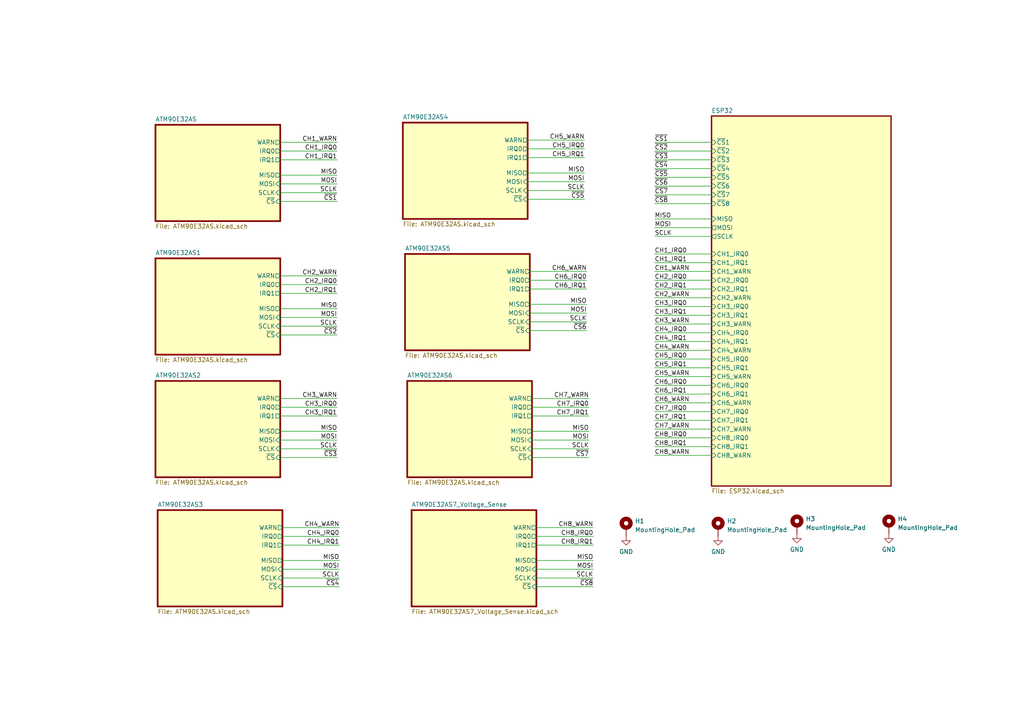
<source format=kicad_sch>
(kicad_sch (version 20230121) (generator eeschema)
  (paper "A4")
  (lib_symbols
    (symbol "Mechanical:MountingHole_Pad" (pin_numbers hide) (pin_names (offset 1.016) hide)
      (property "Reference" "H" (at 0 6.35 0))
      (property "Value" "MountingHole_Pad" (at 0 4.445 0))
      (symbol "MountingHole_Pad_0_1"
        (circle (center 0 1.27) (radius 1.27) (stroke (width 1.27)))
      )
      (symbol "MountingHole_Pad_1_1"
        (pin input line (at 0 -2.54 90) (length 2.54) (name "1") (number "1"))
      )
    )
    (symbol "power:GND" (power) (pin_names (offset 0))
      (property "Value" "GND" (at 0 -3.81 0))
      (symbol "GND_0_1"
        (polyline (pts (xy 0 0) (xy 0 -1.27) (xy 1.27 -1.27) (xy 0 -2.54) (xy -1.27 -1.27) (xy 0 -1.27)))
      )
      (symbol "GND_1_1"
        (pin power_in line (at 0 0 270) (length 0) hide (name "GND") (number "1"))
      )
    )
  )
  (wire (pts (xy 97.79 80.01) (xy 81.28 80.01)))
  (wire (pts (xy 170.815 127.635) (xy 154.305 127.635)))
  (wire (pts (xy 189.865 119.38) (xy 206.375 119.38)))
  (wire (pts (xy 97.79 115.57) (xy 81.28 115.57)))
  (wire (pts (xy 170.815 120.65) (xy 154.305 120.65)))
  (wire (pts (xy 98.425 153.035) (xy 81.915 153.035)))
  (wire (pts (xy 189.865 83.82) (xy 206.375 83.82)))
  (wire (pts (xy 189.865 86.36) (xy 206.375 86.36)))
  (wire (pts (xy 189.865 41.275) (xy 206.375 41.275)))
  (wire (pts (xy 97.79 94.615) (xy 81.28 94.615)))
  (wire (pts (xy 189.865 66.04) (xy 206.375 66.04)))
  (wire (pts (xy 189.865 48.895) (xy 206.375 48.895)))
  (wire (pts (xy 170.18 83.82) (xy 153.67 83.82)))
  (wire (pts (xy 189.865 109.22) (xy 206.375 109.22)))
  (wire (pts (xy 97.79 58.42) (xy 81.28 58.42)))
  (wire (pts (xy 170.18 88.265) (xy 153.67 88.265)))
  (wire (pts (xy 97.79 118.11) (xy 81.28 118.11)))
  (wire (pts (xy 170.815 118.11) (xy 154.305 118.11)))
  (wire (pts (xy 172.085 153.035) (xy 155.575 153.035)))
  (wire (pts (xy 189.865 91.44) (xy 206.375 91.44)))
  (wire (pts (xy 170.18 93.345) (xy 153.67 93.345)))
  (wire (pts (xy 189.865 114.3) (xy 206.375 114.3)))
  (wire (pts (xy 97.79 55.88) (xy 81.28 55.88)))
  (wire (pts (xy 97.79 125.095) (xy 81.28 125.095)))
  (wire (pts (xy 172.085 155.575) (xy 155.575 155.575)))
  (wire (pts (xy 170.18 90.805) (xy 153.67 90.805)))
  (wire (pts (xy 172.085 170.18) (xy 155.575 170.18)))
  (wire (pts (xy 169.545 45.72) (xy 153.035 45.72)))
  (wire (pts (xy 98.425 162.56) (xy 81.915 162.56)))
  (wire (pts (xy 189.865 51.435) (xy 206.375 51.435)))
  (wire (pts (xy 97.79 89.535) (xy 81.28 89.535)))
  (wire (pts (xy 189.865 81.28) (xy 206.375 81.28)))
  (wire (pts (xy 189.865 104.14) (xy 206.375 104.14)))
  (wire (pts (xy 97.79 50.8) (xy 81.28 50.8)))
  (wire (pts (xy 170.18 78.74) (xy 153.67 78.74)))
  (wire (pts (xy 189.865 63.5) (xy 206.375 63.5)))
  (wire (pts (xy 97.79 120.65) (xy 81.28 120.65)))
  (wire (pts (xy 98.425 167.64) (xy 81.915 167.64)))
  (wire (pts (xy 170.815 132.715) (xy 154.305 132.715)))
  (wire (pts (xy 170.815 125.095) (xy 154.305 125.095)))
  (wire (pts (xy 97.79 97.155) (xy 81.28 97.155)))
  (wire (pts (xy 97.79 130.175) (xy 81.28 130.175)))
  (wire (pts (xy 169.545 43.18) (xy 153.035 43.18)))
  (wire (pts (xy 189.865 96.52) (xy 206.375 96.52)))
  (wire (pts (xy 189.865 59.055) (xy 206.375 59.055)))
  (wire (pts (xy 97.79 46.355) (xy 81.28 46.355)))
  (wire (pts (xy 189.865 129.54) (xy 206.375 129.54)))
  (wire (pts (xy 189.865 43.815) (xy 206.375 43.815)))
  (wire (pts (xy 97.79 92.075) (xy 81.28 92.075)))
  (wire (pts (xy 172.085 162.56) (xy 155.575 162.56)))
  (wire (pts (xy 169.545 40.64) (xy 153.035 40.64)))
  (wire (pts (xy 189.865 101.6) (xy 206.375 101.6)))
  (wire (pts (xy 189.865 132.08) (xy 206.375 132.08)))
  (wire (pts (xy 169.545 50.165) (xy 153.035 50.165)))
  (wire (pts (xy 189.865 93.98) (xy 206.375 93.98)))
  (wire (pts (xy 189.865 56.515) (xy 206.375 56.515)))
  (wire (pts (xy 169.545 55.245) (xy 153.035 55.245)))
  (wire (pts (xy 97.79 43.815) (xy 81.28 43.815)))
  (wire (pts (xy 97.79 127.635) (xy 81.28 127.635)))
  (wire (pts (xy 170.18 81.28) (xy 153.67 81.28)))
  (wire (pts (xy 189.865 106.68) (xy 206.375 106.68)))
  (wire (pts (xy 172.085 165.1) (xy 155.575 165.1)))
  (wire (pts (xy 189.865 111.76) (xy 206.375 111.76)))
  (wire (pts (xy 97.79 53.34) (xy 81.28 53.34)))
  (wire (pts (xy 172.085 158.115) (xy 155.575 158.115)))
  (wire (pts (xy 98.425 158.115) (xy 81.915 158.115)))
  (wire (pts (xy 189.865 116.84) (xy 206.375 116.84)))
  (wire (pts (xy 172.085 167.64) (xy 155.575 167.64)))
  (wire (pts (xy 189.865 76.2) (xy 206.375 76.2)))
  (wire (pts (xy 189.865 121.92) (xy 206.375 121.92)))
  (wire (pts (xy 169.545 57.785) (xy 153.035 57.785)))
  (wire (pts (xy 98.425 165.1) (xy 81.915 165.1)))
  (wire (pts (xy 97.79 41.275) (xy 81.28 41.275)))
  (wire (pts (xy 169.545 52.705) (xy 153.035 52.705)))
  (wire (pts (xy 97.79 85.09) (xy 81.28 85.09)))
  (wire (pts (xy 189.865 88.9) (xy 206.375 88.9)))
  (wire (pts (xy 189.865 53.975) (xy 206.375 53.975)))
  (wire (pts (xy 189.865 124.46) (xy 206.375 124.46)))
  (wire (pts (xy 97.79 132.715) (xy 81.28 132.715)))
  (wire (pts (xy 189.865 99.06) (xy 206.375 99.06)))
  (wire (pts (xy 170.815 115.57) (xy 154.305 115.57)))
  (wire (pts (xy 170.815 130.175) (xy 154.305 130.175)))
  (wire (pts (xy 97.79 82.55) (xy 81.28 82.55)))
  (wire (pts (xy 189.865 68.58) (xy 206.375 68.58)))
  (wire (pts (xy 98.425 155.575) (xy 81.915 155.575)))
  (wire (pts (xy 189.865 73.66) (xy 206.375 73.66)))
  (wire (pts (xy 189.865 46.355) (xy 206.375 46.355)))
  (wire (pts (xy 98.425 170.18) (xy 81.915 170.18)))
  (wire (pts (xy 189.865 127) (xy 206.375 127)))
  (wire (pts (xy 170.18 95.885) (xy 153.67 95.885)))
  (wire (pts (xy 189.865 78.74) (xy 206.375 78.74)))
  (label "CH2_IRQ1" (at 97.79 85.09 180))
  (label "CH5_IRQ0" (at 169.545 43.18 180))
  (label "CH4_WARN" (at 189.865 101.6 0))
  (label "CH3_IRQ0" (at 97.79 118.11 180))
  (label "CH5_IRQ1" (at 189.865 106.68 0))
  (label "CH4_IRQ1" (at 189.865 99.06 0))
  (label "MISO" (at 189.865 63.5 0))
  (label "SCLK" (at 172.085 167.64 180))
  (label "MISO" (at 97.79 50.8 180))
  (label "CH2_WARN" (at 97.79 80.01 180))
  (label "MOSI" (at 170.815 127.635 180))
  (label "CH3_IRQ1" (at 97.79 120.65 180))
  (label "CH3_WARN" (at 189.865 93.98 0))
  (label "SCLK" (at 97.79 94.615 180))
  (label "~{CS2}" (at 189.865 43.815 0))
  (label "CH7_IRQ0" (at 189.865 119.38 0))
  (label "CH8_WARN" (at 189.865 132.08 0))
  (label "CH2_IRQ1" (at 189.865 83.82 0))
  (label "MISO" (at 172.085 162.56 180))
  (label "CH1_WARN" (at 189.865 78.74 0))
  (label "MISO" (at 170.18 88.265 180))
  (label "CH7_IRQ1" (at 189.865 121.92 0))
  (label "CH6_WARN" (at 170.18 78.74 180))
  (label "CH5_IRQ1" (at 169.545 45.72 180))
  (label "CH5_WARN" (at 169.545 40.64 180))
  (label "CH2_IRQ0" (at 97.79 82.55 180))
  (label "MOSI" (at 98.425 165.1 180))
  (label "~{CS3}" (at 97.79 132.715 180))
  (label "~{CS6}" (at 170.18 95.885 180))
  (label "CH7_IRQ0" (at 170.815 118.11 180))
  (label "CH6_IRQ0" (at 170.18 81.28 180))
  (label "MOSI" (at 97.79 53.34 180))
  (label "MISO" (at 98.425 162.56 180))
  (label "SCLK" (at 97.79 130.175 180))
  (label "CH7_IRQ1" (at 170.815 120.65 180))
  (label "CH5_WARN" (at 189.865 109.22 0))
  (label "CH7_WARN" (at 189.865 124.46 0))
  (label "CH1_IRQ1" (at 189.865 76.2 0))
  (label "SCLK" (at 98.425 167.64 180))
  (label "MOSI" (at 97.79 127.635 180))
  (label "CH8_IRQ1" (at 172.085 158.115 180))
  (label "MOSI" (at 172.085 165.1 180))
  (label "CH1_IRQ0" (at 97.79 43.815 180))
  (label "CH6_IRQ1" (at 189.865 114.3 0))
  (label "~{CS5}" (at 169.545 57.785 180))
  (label "~{CS7}" (at 189.865 56.515 0))
  (label "CH1_IRQ0" (at 189.865 73.66 0))
  (label "MISO" (at 97.79 125.095 180))
  (label "CH3_IRQ1" (at 189.865 91.44 0))
  (label "CH2_IRQ0" (at 189.865 81.28 0))
  (label "CH4_IRQ1" (at 98.425 158.115 180))
  (label "CH7_WARN" (at 170.815 115.57 180))
  (label "MOSI" (at 170.18 90.805 180))
  (label "~{CS1}" (at 189.865 41.275 0))
  (label "CH6_WARN" (at 189.865 116.84 0))
  (label "CH8_WARN" (at 172.085 153.035 180))
  (label "CH3_WARN" (at 97.79 115.57 180))
  (label "CH6_IRQ0" (at 189.865 111.76 0))
  (label "MISO" (at 170.815 125.095 180))
  (label "CH6_IRQ1" (at 170.18 83.82 180))
  (label "MOSI" (at 189.865 66.04 0))
  (label "CH3_IRQ0" (at 189.865 88.9 0))
  (label "CH4_IRQ0" (at 98.425 155.575 180))
  (label "~{CS4}" (at 189.865 48.895 0))
  (label "SCLK" (at 97.79 55.88 180))
  (label "CH4_IRQ0" (at 189.865 96.52 0))
  (label "SCLK" (at 170.18 93.345 180))
  (label "MOSI" (at 169.545 52.705 180))
  (label "~{CS6}" (at 189.865 53.975 0))
  (label "CH8_IRQ0" (at 189.865 127 0))
  (label "CH1_WARN" (at 97.79 41.275 180))
  (label "MISO" (at 97.79 89.535 180))
  (label "CH8_IRQ1" (at 189.865 129.54 0))
  (label "~{CS7}" (at 170.815 132.715 180))
  (label "CH1_IRQ1" (at 97.79 46.355 180))
  (label "~{CS5}" (at 189.865 51.435 0))
  (label "CH5_IRQ0" (at 189.865 104.14 0))
  (label "SCLK" (at 170.815 130.175 180))
  (label "~{CS2}" (at 97.79 97.155 180))
  (label "~{CS8}" (at 189.865 59.055 0))
  (label "~{CS1}" (at 97.79 58.42 180))
  (label "CH4_WARN" (at 98.425 153.035 180))
  (label "CH2_WARN" (at 189.865 86.36 0))
  (label "~{CS4}" (at 98.425 170.18 180))
  (label "CH8_IRQ0" (at 172.085 155.575 180))
  (label "SCLK" (at 189.865 68.58 0))
  (label "MISO" (at 169.545 50.165 180))
  (label "~{CS8}" (at 172.085 170.18 180))
  (label "SCLK" (at 169.545 55.245 180))
  (label "~{CS3}" (at 189.865 46.355 0))
  (label "MOSI" (at 97.79 92.075 180))
  (symbol (lib_id "Mechanical:MountingHole_Pad") (at 181.61 153.035 0) (unit 1) (in_bom no)
    (property "Reference" "H1" (at 184.15 151.13 0) (effects (justify left)))
    (property "Value" "MountingHole_Pad" (at 184.15 153.67 0) (effects (justify left)))
    (property "Footprint" "MountingHole:MountingHole_3.2mm_M3_Pad_Via" (effects hide))
  )
  (symbol (lib_id "power:GND") (at 257.81 154.94 0) (unit 1)
    (property "Reference" "#PWR0142" (effects hide))
    (property "Value" "GND" (at 257.81 159.385 0))
  )
  (symbol (lib_id "power:GND") (at 231.14 154.94 0) (unit 1)
    (property "Reference" "#PWR0141" (effects hide))
    (property "Value" "GND" (at 231.14 159.385 0))
  )
  (symbol (lib_id "power:GND") (at 181.61 155.575 0) (unit 1)
    (property "Reference" "#PWR0139" (effects hide))
    (property "Value" "GND" (at 181.61 160.02 0))
  )
  (symbol (lib_id "Mechanical:MountingHole_Pad") (at 208.28 153.035 0) (unit 1) (in_bom no)
    (property "Reference" "H2" (at 210.82 151.13 0) (effects (justify left)))
    (property "Value" "MountingHole_Pad" (at 210.82 153.67 0) (effects (justify left)))
    (property "Footprint" "MountingHole:MountingHole_3.2mm_M3_Pad_Via" (effects hide))
  )
  (symbol (lib_id "power:GND") (at 208.28 155.575 0) (unit 1)
    (property "Reference" "#PWR0140" (effects hide))
    (property "Value" "GND" (at 208.28 160.02 0))
  )
  (symbol (lib_id "Mechanical:MountingHole_Pad") (at 231.14 152.4 0) (unit 1) (in_bom no)
    (property "Reference" "H3" (at 233.68 150.495 0) (effects (justify left)))
    (property "Value" "MountingHole_Pad" (at 233.68 153.035 0) (effects (justify left)))
    (property "Footprint" "MountingHole:MountingHole_3.2mm_M3_Pad_Via" (effects hide))
  )
  (symbol (lib_id "Mechanical:MountingHole_Pad") (at 257.81 152.4 0) (unit 1) (in_bom no)
    (property "Reference" "H4" (at 260.35 150.495 0) (effects (justify left)))
    (property "Value" "MountingHole_Pad" (at 260.35 153.035 0) (effects (justify left)))
    (property "Footprint" "MountingHole:MountingHole_3.2mm_M3_Pad_Via" (effects hide))
  )
  (sheet (at 45.085 110.49) (size 36.195 27.94) (stroke (width 0.5)) (fill (color 255 255 194 1.0000))
    (property "Sheetname" "ATM90E32AS2" (at 45.085 109.6046 0) (effects (justify left bottom)))
    (property "Sheetfile" "ATM90E32AS.kicad_sch" (at 45.085 139.1884 0) (effects (justify left top)))
    (pin "WARN" output (at 81.28 115.57 0))
    (pin "IRQ0" output (at 81.28 118.11 0))
    (pin "IRQ1" output (at 81.28 120.65 0))
    (pin "MISO" output (at 81.28 125.095 0))
    (pin "MOSI" input (at 81.28 127.635 0))
    (pin "~{CS}" input (at 81.28 132.715 0))
    (pin "SCLK" input (at 81.28 130.175 0))
  )
  (sheet (at 117.475 73.66) (size 36.195 27.94) (stroke (width 0.5)) (fill (color 255 255 194 1.0000))
    (property "Sheetname" "ATM90E32AS5" (at 117.475 72.7746 0) (effects (justify left bottom)))
    (property "Sheetfile" "ATM90E32AS.kicad_sch" (at 117.475 102.3584 0) (effects (justify left top)))
    (pin "WARN" output (at 153.67 78.74 0))
    (pin "IRQ0" output (at 153.67 81.28 0))
    (pin "IRQ1" output (at 153.67 83.82 0))
    (pin "MISO" output (at 153.67 88.265 0))
    (pin "MOSI" input (at 153.67 90.805 0))
    (pin "~{CS}" input (at 153.67 95.885 0))
    (pin "SCLK" input (at 153.67 93.345 0))
  )
  (sheet (at 45.085 36.195) (size 36.195 27.94) (stroke (width 0.5)) (fill (color 255 255 194 1.0000))
    (property "Sheetname" "ATM90E32AS" (at 45.085 35.3096 0) (effects (justify left bottom)))
    (property "Sheetfile" "ATM90E32AS.kicad_sch" (at 45.085 64.8934 0) (effects (justify left top)))
    (pin "WARN" output (at 81.28 41.275 0))
    (pin "IRQ0" output (at 81.28 43.815 0))
    (pin "IRQ1" output (at 81.28 46.355 0))
    (pin "MISO" output (at 81.28 50.8 0))
    (pin "MOSI" input (at 81.28 53.34 0))
    (pin "~{CS}" input (at 81.28 58.42 0))
    (pin "SCLK" input (at 81.28 55.88 0))
  )
  (sheet (at 116.84 35.56) (size 36.195 27.94) (stroke (width 0.5)) (fill (color 255 255 194 1.0000))
    (property "Sheetname" "ATM90E32AS4" (at 116.84 34.6746 0) (effects (justify left bottom)))
    (property "Sheetfile" "ATM90E32AS.kicad_sch" (at 116.84 64.2584 0) (effects (justify left top)))
    (pin "WARN" output (at 153.035 40.64 0))
    (pin "IRQ0" output (at 153.035 43.18 0))
    (pin "IRQ1" output (at 153.035 45.72 0))
    (pin "MISO" output (at 153.035 50.165 0))
    (pin "MOSI" input (at 153.035 52.705 0))
    (pin "~{CS}" input (at 153.035 57.785 0))
    (pin "SCLK" input (at 153.035 55.245 0))
  )
  (sheet (at 118.11 110.49) (size 36.195 27.94) (stroke (width 0.5)) (fill (color 255 255 194 1.0000))
    (property "Sheetname" "ATM90E32AS6" (at 118.11 109.6046 0) (effects (justify left bottom)))
    (property "Sheetfile" "ATM90E32AS.kicad_sch" (at 118.11 139.1884 0) (effects (justify left top)))
    (pin "WARN" output (at 154.305 115.57 0))
    (pin "IRQ0" output (at 154.305 118.11 0))
    (pin "IRQ1" output (at 154.305 120.65 0))
    (pin "MISO" output (at 154.305 125.095 0))
    (pin "MOSI" input (at 154.305 127.635 0))
    (pin "~{CS}" input (at 154.305 132.715 0))
    (pin "SCLK" input (at 154.305 130.175 0))
  )
  (sheet (at 119.38 147.955) (size 36.195 27.94) (stroke (width 0.5)) (fill (color 255 255 194 1.0000))
    (property "Sheetname" "ATM90E32AS7_Voltage_Sense" (at 119.38 147.0696 0) (effects (justify left bottom)))
    (property "Sheetfile" "ATM90E32AS7_Voltage_Sense.kicad_sch" (at 119.38 176.6534 0) (effects (justify left top)))
    (pin "WARN" output (at 155.575 153.035 0))
    (pin "IRQ0" output (at 155.575 155.575 0))
    (pin "IRQ1" output (at 155.575 158.115 0))
    (pin "MISO" output (at 155.575 162.56 0))
    (pin "MOSI" input (at 155.575 165.1 0))
    (pin "~{CS}" input (at 155.575 170.18 0))
    (pin "SCLK" input (at 155.575 167.64 0))
  )
  (sheet (at 45.085 74.93) (size 36.195 27.94) (stroke (width 0.5)) (fill (color 255 255 194 1.0000))
    (property "Sheetname" "ATM90E32AS1" (at 45.085 74.0446 0) (effects (justify left bottom)))
    (property "Sheetfile" "ATM90E32AS.kicad_sch" (at 45.085 103.6284 0) (effects (justify left top)))
    (pin "WARN" output (at 81.28 80.01 0))
    (pin "IRQ0" output (at 81.28 82.55 0))
    (pin "IRQ1" output (at 81.28 85.09 0))
    (pin "MISO" output (at 81.28 89.535 0))
    (pin "MOSI" input (at 81.28 92.075 0))
    (pin "~{CS}" input (at 81.28 97.155 0))
    (pin "SCLK" input (at 81.28 94.615 0))
  )
  (sheet (at 206.375 33.655) (size 52.07 107.315) (stroke (width 0.4)) (fill (color 255 255 194 1.0000))
    (property "Sheetname" "ESP32" (at 206.375 32.8196 0) (effects (justify left bottom)))
    (property "Sheetfile" "ESP32.kicad_sch" (at 206.375 141.6784 0) (effects (justify left top)))
    (pin "~{CS}6" input (at 206.375 53.975 180))
    (pin "~{CS}4" input (at 206.375 48.895 180))
    (pin "~{CS}5" input (at 206.375 51.435 180))
    (pin "~{CS}7" input (at 206.375 56.515 180))
    (pin "~{CS}1" input (at 206.375 41.275 180))
    (pin "MISO" input (at 206.375 63.5 180))
    (pin "SCLK" output (at 206.375 68.58 180))
    (pin "MOSI" output (at 206.375 66.04 180))
    (pin "~{CS}3" input (at 206.375 46.355 180))
    (pin "~{CS}2" input (at 206.375 43.815 180))
    (pin "CH3_IRQ1" input (at 206.375 91.44 180))
    (pin "CH1_WARN" input (at 206.375 78.74 180))
    (pin "CH2_IRQ0" input (at 206.375 81.28 180))
    (pin "CH2_WARN" input (at 206.375 86.36 180))
    (pin "CH2_IRQ1" input (at 206.375 83.82 180))
    (pin "CH3_IRQ0" input (at 206.375 88.9 180))
    (pin "CH1_IRQ1" input (at 206.375 76.2 180))
    (pin "CH1_IRQ0" input (at 206.375 73.66 180))
    (pin "CH6_IRQ0" input (at 206.375 111.76 180))
    (pin "CH4_WARN" input (at 206.375 101.6 180))
    (pin "CH5_WARN" input (at 206.375 109.22 180))
    (pin "CH4_IRQ1" input (at 206.375 99.06 180))
    (pin "CH4_IRQ0" input (at 206.375 96.52 180))
    (pin "CH5_IRQ1" input (at 206.375 106.68 180))
    (pin "CH5_IRQ0" input (at 206.375 104.14 180))
    (pin "CH3_WARN" input (at 206.375 93.98 180))
    (pin "CH6_WARN" input (at 206.375 116.84 180))
    (pin "CH6_IRQ1" input (at 206.375 114.3 180))
    (pin "CH7_WARN" input (at 206.375 124.46 180))
    (pin "CH8_IRQ0" input (at 206.375 127 180))
    (pin "CH7_IRQ1" input (at 206.375 121.92 180))
    (pin "CH8_WARN" input (at 206.375 132.08 180))
    (pin "CH7_IRQ0" input (at 206.375 119.38 180))
    (pin "CH8_IRQ1" input (at 206.375 129.54 180))
    (pin "~{CS}8" input (at 206.375 59.055 180))
  )
  (sheet (at 45.72 147.955) (size 36.195 27.94) (stroke (width 0.5)) (fill (color 255 255 194 1.0000))
    (property "Sheetname" "ATM90E32AS3" (at 45.72 147.0696 0) (effects (justify left bottom)))
    (property "Sheetfile" "ATM90E32AS.kicad_sch" (at 45.72 176.6534 0) (effects (justify left top)))
    (pin "WARN" output (at 81.915 153.035 0))
    (pin "IRQ0" output (at 81.915 155.575 0))
    (pin "IRQ1" output (at 81.915 158.115 0))
    (pin "MISO" output (at 81.915 162.56 0))
    (pin "MOSI" input (at 81.915 165.1 0))
    (pin "~{CS}" input (at 81.915 170.18 0))
    (pin "SCLK" input (at 81.915 167.64 0))
  )
)
</source>
